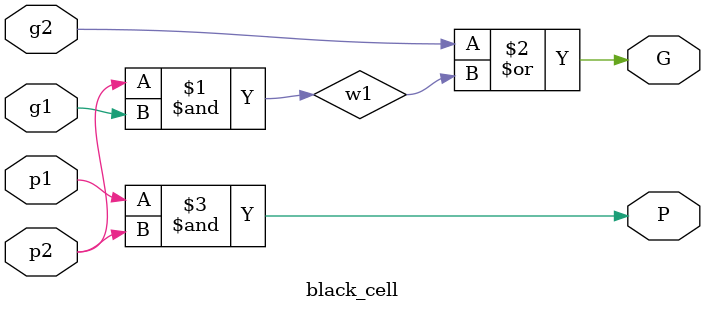
<source format=v>
module black_cell(p1, p2, g1, g2, G, P);
input  p1, p2, g1, g2;
output G, P;

wire w1;

and (w1, p2, g1);
or (G, g2, w1); //G = g2 + p2 * g1
and (P, p1, p2); //p = p1 * p2

endmodule
</source>
